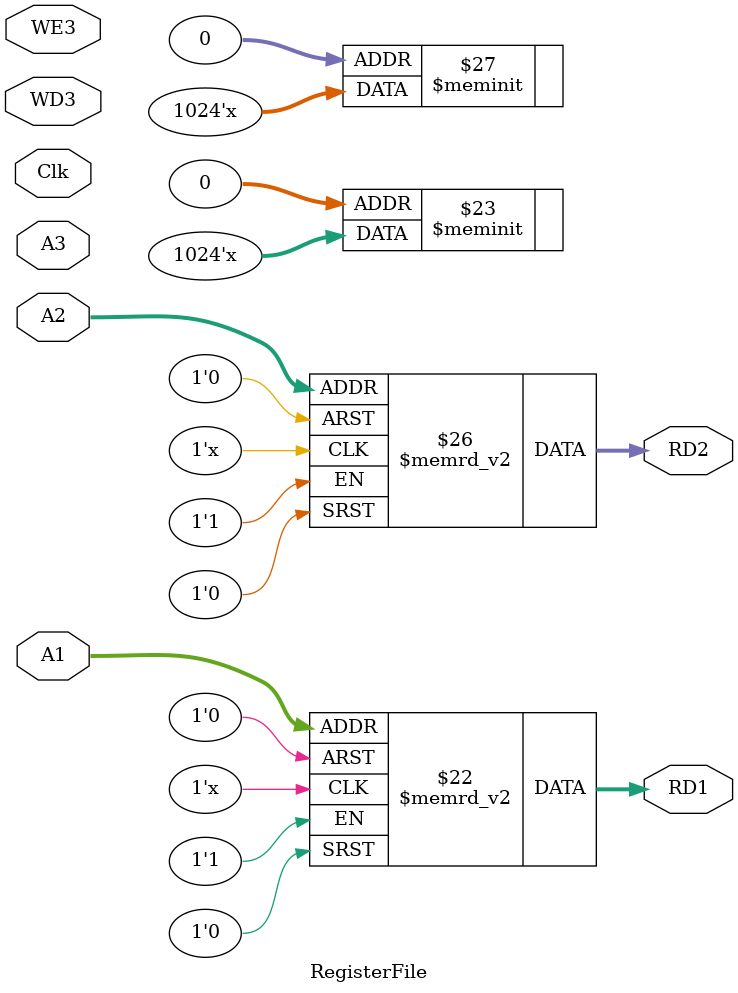
<source format=v>


module RegisterFile(A1, A2, A3, WD3, WE3, Clk, RD1, RD2);

	input [4:0] A1, A2, A3;
	input [31:0] WD3;
	input WE3, Clk;
	
	output reg [31:0] RD1, RD2;

	reg [31:0] Registers [0:31];

	initial begin
		Registers[0] <= 32'h00000000;
		Registers[1] <= 32'h00000000;
		Registers[2] <= 32'h00000000;
		Registers[3] <= 32'h00000000;
		Registers[4] <= 32'h00000000;
		Registers[5] <= 32'h00000000;
		Registers[6] <= 32'h00000000;
		Registers[7] <= 32'h00000000;
		Registers[8] <= 32'h00000000;
		Registers[9] <= 32'h00000000;
		Registers[10] <= 32'h00000000;
		Registers[11] <= 32'h00000000;
		Registers[12] <= 32'h00000000;
		Registers[13] <= 32'h00000000;
		Registers[14] <= 32'h00000000;
		Registers[15] <= 32'h00000000;
		Registers[16] <= 32'h00000000;
		Registers[17] <= 32'h00000000;
		Registers[18] <= 32'h00000000;
		Registers[19] <= 32'h00000000;
		Registers[20] <= 32'h00000000;
		Registers[21] <= 32'h00000000;
		Registers[22] <= 32'h00000000;
		Registers[23] <= 32'h00000000;
		Registers[24] <= 32'h00000000;
		Registers[25] <= 32'h00000000;
		Registers[29] <= 32'h00000200;
		Registers[30] <= 32'h00000000;
		Registers[31] <= 32'h00000000;
	end


	always @(*) begin
		if (WE3 == 1) begin
			if (A3 != 0) begin
				Registers[A3] <= WD3;
			end
		end
		RD1 <= Registers[A1];
		RD2 <= Registers[A2];
	end



endmodule
</source>
